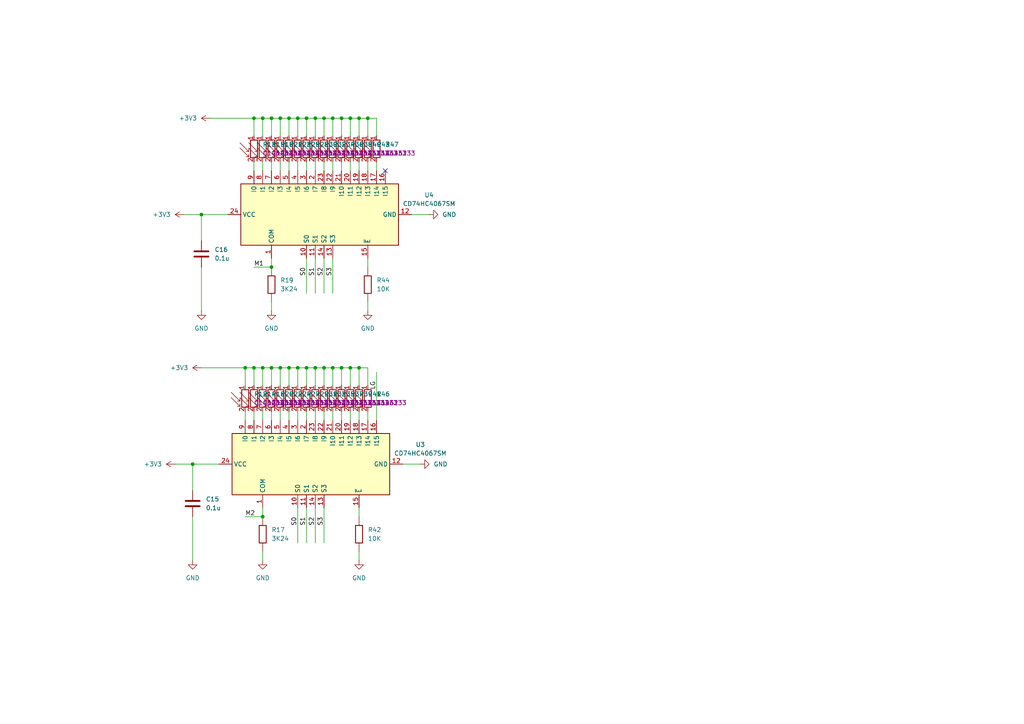
<source format=kicad_sch>
(kicad_sch (version 20231120) (generator "eeschema") (generator_version "8.0")
  (paper "A4")
  (lib_symbols
    (symbol "+3V3_1" (power) (pin_numbers hide) (pin_names (offset 0) hide)
      (property "Value" "+3V3" (at 0 3.556 0))
      (symbol "+3V3_1_0_1"
        (polyline (pts (xy -0.762 1.27) (xy 0 2.54)))
        (polyline (pts (xy 0 0) (xy 0 2.54)))
        (polyline (pts (xy 0 2.54) (xy 0.762 1.27)))
      )
      (symbol "+3V3_1_1_1"
        (pin power_in line (at 0 0 90) (length 0) (name "~") (number "1"))
      )
    )
    (symbol "74xx:CD74HC4067SM"
      (property "Reference" "U" (at -8.89 22.86 0))
      (property "Value" "CD74HC4067SM" (at 1.27 22.86 0))
      (symbol "CD74HC4067SM_0_1"
        (rectangle (start -8.89 21.59) (end 8.89 -24.13) (stroke (width 0.254)) (fill (type background)))
      )
      (symbol "CD74HC4067SM_1_1"
        (pin passive line (at -12.7 12.7 0) (length 3.81) (name "COM") (number "1"))
        (pin input line (at -12.7 2.54 0) (length 3.81) (name "S0") (number "10"))
        (pin input line (at -12.7 0 0) (length 3.81) (name "S1") (number "11"))
        (pin power_in line (at 0 -27.94 90) (length 3.81) (name "GND") (number "12"))
        (pin input line (at -12.7 -5.08 0) (length 3.81) (name "S3") (number "13"))
        (pin input line (at -12.7 -2.54 0) (length 3.81) (name "S2") (number "14"))
        (pin input line (at -12.7 -15.24 0) (length 3.81) (name "~{E}") (number "15"))
        (pin passive line (at 12.7 -20.32 180) (length 3.81) (name "I15") (number "16"))
        (pin passive line (at 12.7 -17.78 180) (length 3.81) (name "I14") (number "17"))
        (pin passive line (at 12.7 -15.24 180) (length 3.81) (name "I13") (number "18"))
        (pin passive line (at 12.7 -12.7 180) (length 3.81) (name "I12") (number "19"))
        (pin passive line (at 12.7 0 180) (length 3.81) (name "I7") (number "2"))
        (pin passive line (at 12.7 -10.16 180) (length 3.81) (name "I11") (number "20"))
        (pin passive line (at 12.7 -7.62 180) (length 3.81) (name "I10") (number "21"))
        (pin passive line (at 12.7 -5.08 180) (length 3.81) (name "I9") (number "22"))
        (pin passive line (at 12.7 -2.54 180) (length 3.81) (name "I8") (number "23"))
        (pin power_in line (at 0 25.4 270) (length 3.81) (name "VCC") (number "24"))
        (pin passive line (at 12.7 2.54 180) (length 3.81) (name "I6") (number "3"))
        (pin passive line (at 12.7 5.08 180) (length 3.81) (name "I5") (number "4"))
        (pin passive line (at 12.7 7.62 180) (length 3.81) (name "I4") (number "5"))
        (pin passive line (at 12.7 10.16 180) (length 3.81) (name "I3") (number "6"))
        (pin passive line (at 12.7 12.7 180) (length 3.81) (name "I2") (number "7"))
        (pin passive line (at 12.7 15.24 180) (length 3.81) (name "I1") (number "8"))
        (pin passive line (at 12.7 17.78 180) (length 3.81) (name "I0") (number "9"))
      )
    )
    (symbol "Device (Modified):ALS-PT19"
      (property "Reference" "R" (at 2.54 0 0))
      (property "LCSC" "C146233" (at 0 -19.05 0))
      (symbol "ALS-PT19_0_1"
        (rectangle (start -1.016 2.54) (end 1.016 -2.54) (stroke (width 0.254)))
        (polyline (pts (xy -1.524 -2.286) (xy -4.064 0.254)))
        (polyline (pts (xy -1.524 -2.286) (xy -2.286 -2.286)))
        (polyline (pts (xy -1.524 -2.286) (xy -1.524 -1.524)))
        (polyline (pts (xy -1.524 -0.762) (xy -4.064 1.778)))
        (polyline (pts (xy -1.524 -0.762) (xy -2.286 -0.762)))
        (polyline (pts (xy -1.524 -0.762) (xy -1.524 0)))
      )
      (symbol "ALS-PT19_1_1"
        (pin passive line (at 0 3.81 270) (length 1.27) (name "~") (number "1"))
        (pin passive line (at 0 -3.81 90) (length 1.27) (name "~") (number "2"))
      )
    )
    (symbol "Device:C" (pin_numbers hide) (pin_names (offset 0.254))
      (property "Reference" "C" (at 0.635 2.54 0))
      (property "Value" "C" (at 0.635 -2.54 0))
      (symbol "C_0_1"
        (polyline (pts (xy -2.032 -0.762) (xy 2.032 -0.762)) (stroke (width 0.508)))
        (polyline (pts (xy -2.032 0.762) (xy 2.032 0.762)) (stroke (width 0.508)))
      )
      (symbol "C_1_1"
        (pin passive line (at 0 3.81 270) (length 2.794) (name "~") (number "1"))
        (pin passive line (at 0 -3.81 90) (length 2.794) (name "~") (number "2"))
      )
    )
    (symbol "power:+3V3" (power) (pin_numbers hide) (pin_names (offset 0) hide)
      (property "Value" "+3V3" (at 0 3.556 0))
      (symbol "+3V3_0_1"
        (polyline (pts (xy -0.762 1.27) (xy 0 2.54)))
        (polyline (pts (xy 0 0) (xy 0 2.54)))
        (polyline (pts (xy 0 2.54) (xy 0.762 1.27)))
      )
      (symbol "+3V3_1_1"
        (pin power_in line (at 0 0 90) (length 0) (name "~") (number "1"))
      )
    )
    (symbol "power:GND" (power) (pin_numbers hide) (pin_names (offset 0) hide)
      (property "Value" "GND" (at 0 -3.81 0))
      (symbol "GND_0_1"
        (polyline (pts (xy 0 0) (xy 0 -1.27) (xy 1.27 -1.27) (xy 0 -2.54) (xy -1.27 -1.27) (xy 0 -1.27)))
      )
      (symbol "GND_1_1"
        (pin power_in line (at 0 0 270) (length 0) (name "~") (number "1"))
      )
    )
    (symbol "vincent:R" (pin_numbers hide) (pin_names hide)
      (property "Reference" "R" (at 0 2.54 0))
      (property "Value" "Resistor" (at 0 -2.54 0))
      (symbol "R_0_1"
        (rectangle (start 2.54 -1.016) (end -2.54 1.016) (stroke (width 0.254)))
      )
      (symbol "R_1_1"
        (pin passive line (at -5.08 0 0) (length 2.54) (name "~") (number "1"))
        (pin passive line (at 5.08 0 180) (length 2.54) (name "~") (number "2"))
      )
    )
  )
  (junction (at 104.14 106.68))
  (junction (at 71.12 106.68))
  (junction (at 96.52 106.68))
  (junction (at 81.28 106.68))
  (junction (at 73.66 106.68))
  (junction (at 73.66 34.29))
  (junction (at 93.98 106.68))
  (junction (at 58.42 62.23))
  (junction (at 91.44 34.29))
  (junction (at 86.36 34.29))
  (junction (at 88.9 106.68))
  (junction (at 76.2 34.29))
  (junction (at 96.52 34.29))
  (junction (at 99.06 106.68))
  (junction (at 83.82 106.68))
  (junction (at 83.82 34.29))
  (junction (at 55.88 134.62))
  (junction (at 76.2 106.68))
  (junction (at 101.6 34.29))
  (junction (at 78.74 34.29))
  (junction (at 81.28 34.29))
  (junction (at 106.68 34.29))
  (junction (at 76.2 149.86))
  (junction (at 78.74 106.68))
  (junction (at 101.6 106.68))
  (junction (at 91.44 106.68))
  (junction (at 93.98 34.29))
  (junction (at 78.74 77.47))
  (junction (at 99.06 34.29))
  (junction (at 104.14 34.29))
  (junction (at 88.9 34.29))
  (junction (at 86.36 106.68))
  (no_connect (at 111.76 49.53))
  (wire (pts (xy 76.2 160.02) (xy 76.2 162.56)))
  (wire (pts (xy 91.44 106.68) (xy 93.98 106.68)))
  (wire (pts (xy 91.44 119.38) (xy 91.44 121.92)))
  (wire (pts (xy 88.9 147.32) (xy 88.9 157.48)))
  (wire (pts (xy 93.98 147.32) (xy 93.98 157.48)))
  (wire (pts (xy 93.98 119.38) (xy 93.98 121.92)))
  (wire (pts (xy 99.06 119.38) (xy 99.06 121.92)))
  (wire (pts (xy 88.9 106.68) (xy 88.9 111.76)))
  (wire (pts (xy 91.44 34.29) (xy 93.98 34.29)))
  (wire (pts (xy 55.88 149.86) (xy 55.88 162.56)))
  (wire (pts (xy 91.44 74.93) (xy 91.44 85.09)))
  (wire (pts (xy 73.66 106.68) (xy 73.66 111.76)))
  (wire (pts (xy 106.68 34.29) (xy 109.22 34.29)))
  (wire (pts (xy 96.52 119.38) (xy 96.52 121.92)))
  (wire (pts (xy 106.68 46.99) (xy 106.68 49.53)))
  (wire (pts (xy 99.06 34.29) (xy 99.06 39.37)))
  (wire (pts (xy 104.14 119.38) (xy 104.14 121.92)))
  (wire (pts (xy 58.42 106.68) (xy 71.12 106.68)))
  (wire (pts (xy 99.06 106.68) (xy 99.06 111.76)))
  (wire (pts (xy 93.98 34.29) (xy 93.98 39.37)))
  (wire (pts (xy 71.12 106.68) (xy 71.12 111.76)))
  (wire (pts (xy 88.9 34.29) (xy 91.44 34.29)))
  (wire (pts (xy 58.42 62.23) (xy 58.42 69.85)))
  (wire (pts (xy 99.06 46.99) (xy 99.06 49.53)))
  (wire (pts (xy 55.88 134.62) (xy 63.5 134.62)))
  (wire (pts (xy 71.12 119.38) (xy 71.12 121.92)))
  (wire (pts (xy 78.74 46.99) (xy 78.74 49.53)))
  (wire (pts (xy 101.6 39.37) (xy 101.6 34.29)))
  (wire (pts (xy 101.6 106.68) (xy 101.6 111.76)))
  (wire (pts (xy 60.96 34.29) (xy 73.66 34.29)))
  (wire (pts (xy 83.82 46.99) (xy 83.82 49.53)))
  (wire (pts (xy 76.2 34.29) (xy 78.74 34.29)))
  (wire (pts (xy 81.28 46.99) (xy 81.28 49.53)))
  (wire (pts (xy 83.82 34.29) (xy 86.36 34.29)))
  (wire (pts (xy 106.68 74.93) (xy 106.68 77.47)))
  (wire (pts (xy 83.82 106.68) (xy 86.36 106.68)))
  (wire (pts (xy 78.74 87.63) (xy 78.74 90.17)))
  (wire (pts (xy 73.66 46.99) (xy 73.66 49.53)))
  (wire (pts (xy 81.28 119.38) (xy 81.28 121.92)))
  (wire (pts (xy 53.34 62.23) (xy 58.42 62.23)))
  (wire (pts (xy 101.6 46.99) (xy 101.6 49.53)))
  (wire (pts (xy 76.2 106.68) (xy 78.74 106.68)))
  (wire (pts (xy 81.28 106.68) (xy 83.82 106.68)))
  (wire (pts (xy 101.6 119.38) (xy 101.6 121.92)))
  (wire (pts (xy 58.42 77.47) (xy 58.42 90.17)))
  (wire (pts (xy 83.82 106.68) (xy 83.82 111.76)))
  (wire (pts (xy 83.82 34.29) (xy 83.82 39.37)))
  (wire (pts (xy 78.74 106.68) (xy 78.74 111.76)))
  (wire (pts (xy 93.98 106.68) (xy 96.52 106.68)))
  (wire (pts (xy 96.52 106.68) (xy 96.52 111.76)))
  (wire (pts (xy 81.28 106.68) (xy 81.28 111.76)))
  (wire (pts (xy 81.28 34.29) (xy 83.82 34.29)))
  (wire (pts (xy 78.74 34.29) (xy 78.74 39.37)))
  (wire (pts (xy 88.9 46.99) (xy 88.9 49.53)))
  (wire (pts (xy 96.52 34.29) (xy 99.06 34.29)))
  (wire (pts (xy 109.22 34.29) (xy 109.22 39.37)))
  (wire (pts (xy 104.14 147.32) (xy 104.14 149.86)))
  (wire (pts (xy 99.06 106.68) (xy 101.6 106.68)))
  (wire (pts (xy 119.38 62.23) (xy 124.46 62.23)))
  (wire (pts (xy 73.66 106.68) (xy 76.2 106.68)))
  (wire (pts (xy 104.14 34.29) (xy 106.68 34.29)))
  (wire (pts (xy 78.74 119.38) (xy 78.74 121.92)))
  (wire (pts (xy 86.36 147.32) (xy 86.36 157.48)))
  (wire (pts (xy 86.36 46.99) (xy 86.36 49.53)))
  (wire (pts (xy 86.36 34.29) (xy 88.9 34.29)))
  (wire (pts (xy 91.44 147.32) (xy 91.44 157.48)))
  (wire (pts (xy 96.52 34.29) (xy 96.52 39.37)))
  (wire (pts (xy 76.2 46.99) (xy 76.2 49.53)))
  (wire (pts (xy 96.52 46.99) (xy 96.52 49.53)))
  (wire (pts (xy 55.88 134.62) (xy 55.88 142.24)))
  (wire (pts (xy 78.74 74.93) (xy 78.74 77.47)))
  (wire (pts (xy 76.2 147.32) (xy 76.2 149.86)))
  (wire (pts (xy 93.98 106.68) (xy 93.98 111.76)))
  (wire (pts (xy 91.44 39.37) (xy 91.44 34.29)))
  (wire (pts (xy 88.9 106.68) (xy 91.44 106.68)))
  (wire (pts (xy 86.36 106.68) (xy 88.9 106.68)))
  (wire (pts (xy 93.98 74.93) (xy 93.98 85.09)))
  (wire (pts (xy 78.74 34.29) (xy 81.28 34.29)))
  (wire (pts (xy 78.74 106.68) (xy 81.28 106.68)))
  (wire (pts (xy 101.6 34.29) (xy 104.14 34.29)))
  (wire (pts (xy 73.66 34.29) (xy 73.66 39.37)))
  (wire (pts (xy 71.12 149.86) (xy 76.2 149.86)))
  (wire (pts (xy 76.2 34.29) (xy 76.2 39.37)))
  (wire (pts (xy 73.66 119.38) (xy 73.66 121.92)))
  (wire (pts (xy 88.9 119.38) (xy 88.9 121.92)))
  (wire (pts (xy 88.9 74.93) (xy 88.9 85.09)))
  (wire (pts (xy 50.8 134.62) (xy 55.88 134.62)))
  (wire (pts (xy 86.36 119.38) (xy 86.36 121.92)))
  (wire (pts (xy 106.68 34.29) (xy 106.68 39.37)))
  (wire (pts (xy 101.6 106.68) (xy 104.14 106.68)))
  (wire (pts (xy 104.14 106.68) (xy 106.68 106.68)))
  (wire (pts (xy 99.06 34.29) (xy 101.6 34.29)))
  (wire (pts (xy 91.44 46.99) (xy 91.44 49.53)))
  (wire (pts (xy 96.52 106.68) (xy 99.06 106.68)))
  (wire (pts (xy 106.68 106.68) (xy 106.68 111.76)))
  (wire (pts (xy 76.2 119.38) (xy 76.2 121.92)))
  (wire (pts (xy 93.98 46.99) (xy 93.98 49.53)))
  (wire (pts (xy 86.36 106.68) (xy 86.36 111.76)))
  (wire (pts (xy 91.44 106.68) (xy 91.44 111.76)))
  (wire (pts (xy 116.84 134.62) (xy 121.92 134.62)))
  (wire (pts (xy 104.14 106.68) (xy 104.14 111.76)))
  (wire (pts (xy 81.28 39.37) (xy 81.28 34.29)))
  (wire (pts (xy 86.36 34.29) (xy 86.36 39.37)))
  (wire (pts (xy 76.2 106.68) (xy 76.2 111.76)))
  (wire (pts (xy 96.52 74.93) (xy 96.52 85.09)))
  (wire (pts (xy 73.66 77.47) (xy 78.74 77.47)))
  (wire (pts (xy 104.14 34.29) (xy 104.14 39.37)))
  (wire (pts (xy 93.98 34.29) (xy 96.52 34.29)))
  (wire (pts (xy 109.22 46.99) (xy 109.22 49.53)))
  (wire (pts (xy 106.68 119.38) (xy 106.68 121.92)))
  (wire (pts (xy 88.9 34.29) (xy 88.9 39.37)))
  (wire (pts (xy 104.14 46.99) (xy 104.14 49.53)))
  (wire (pts (xy 83.82 119.38) (xy 83.82 121.92)))
  (wire (pts (xy 104.14 160.02) (xy 104.14 162.56)))
  (wire (pts (xy 109.22 121.92) (xy 109.22 107.95)))
  (wire (pts (xy 106.68 87.63) (xy 106.68 90.17)))
  (wire (pts (xy 71.12 106.68) (xy 73.66 106.68)))
  (wire (pts (xy 58.42 62.23) (xy 66.04 62.23)))
  (wire (pts (xy 73.66 34.29) (xy 76.2 34.29)))
  (label "M1" (at 73.66 77.47 0))
  (label "LG" (at 109.22 110.49 270))
  (label "S3" (at 96.52 77.47 270))
  (label "S0" (at 86.36 149.86 270))
  (label "S3" (at 93.98 149.86 270))
  (label "M2" (at 71.12 149.86 0))
  (label "S1" (at 91.44 77.47 270))
  (label "S2" (at 93.98 77.47 270))
  (label "S2" (at 91.44 149.86 270))
  (label "S0" (at 88.9 77.47 270))
  (label "S1" (at 88.9 149.86 270))
  (symbol (lib_id "74xx:CD74HC4067SM") (at 88.9 134.62 90) (unit 1)
    (property "Reference" "U3" (at 121.92 128.9449 90))
    (property "Value" "CD74HC4067SM" (at 121.92 131.4849 90))
    (property "Footprint" "Package_SO:SSOP-24_5.3x8.2mm_P0.65mm" (effects (hide yes)))
    (property "Datasheet" "http://www.ti.com/lit/ds/symlink/cd74hc4067.pdf" (effects (hide yes)))
    (property "Description" "High-Speed CMOS Logic 16-Channel Analog Multiplexer/Demultiplexer, SSOP-24" (effects (hide yes)))
  )
  (symbol (lib_id "Device (Modified):ALS-PT19") (at 96.52 115.57 0) (unit 1)
    (property "Reference" "R35" (at 99.06 114.2999 0) (effects (justify left)))
    (property "Value" "C146233" (effects (hide yes)))
    (property "Footprint" "2024l1:ALS-PT19 (Top Side)" (effects (hide yes)))
    (property "Datasheet" "https://datasheet.lcsc.com/lcsc/1806131537_Everlight-Elec-ALS-PT19-315C-L177-TR8_C146233.pdf" (effects (hide yes)))
    (property "LCSC" "C146233" (at 99.06 116.8399 0) (effects (justify left)))
  )
  (symbol (lib_id "Device (Modified):ALS-PT19") (at 99.06 43.18 0) (unit 1)
    (property "Reference" "R36" (at 101.6 41.9099 0) (effects (justify left)))
    (property "Value" "C146233" (effects (hide yes)))
    (property "Footprint" "2024l1:ALS-PT19 (Top Side)" (effects (hide yes)))
    (property "Datasheet" "https://datasheet.lcsc.com/lcsc/1806131537_Everlight-Elec-ALS-PT19-315C-L177-TR8_C146233.pdf" (effects (hide yes)))
    (property "LCSC" "C146233" (at 101.6 44.4499 0) (effects (justify left)))
  )
  (symbol (lib_name "+3V3_1") (lib_id "power:+3V3") (at 58.42 106.68 90) (unit 1)
    (property "Reference" "#PWR029" (effects (hide yes)))
    (property "Value" "+3V3" (at 54.61 106.6799 90) (effects (justify left)))
    (property "Description" "Power symbol creates a global label with name \"+3V3\"" (effects (hide yes)))
  )
  (symbol (lib_id "Device (Modified):ALS-PT19") (at 101.6 43.18 0) (unit 1)
    (property "Reference" "R38" (at 104.14 41.9099 0) (effects (justify left)))
    (property "Value" "C146233" (effects (hide yes)))
    (property "Footprint" "2024l1:ALS-PT19 (Top Side)" (effects (hide yes)))
    (property "Datasheet" "https://datasheet.lcsc.com/lcsc/1806131537_Everlight-Elec-ALS-PT19-315C-L177-TR8_C146233.pdf" (effects (hide yes)))
    (property "LCSC" "C146233" (at 104.14 44.4499 0) (effects (justify left)))
  )
  (symbol (lib_id "74xx:CD74HC4067SM") (at 91.44 62.23 90) (unit 1)
    (property "Reference" "U4" (at 124.46 56.5549 90))
    (property "Value" "CD74HC4067SM" (at 124.46 59.0949 90))
    (property "Footprint" "Package_SO:SSOP-24_5.3x8.2mm_P0.65mm" (effects (hide yes)))
    (property "Datasheet" "http://www.ti.com/lit/ds/symlink/cd74hc4067.pdf" (effects (hide yes)))
    (property "Description" "High-Speed CMOS Logic 16-Channel Analog Multiplexer/Demultiplexer, SSOP-24" (effects (hide yes)))
  )
  (symbol (lib_id "Device (Modified):ALS-PT19") (at 81.28 43.18 0) (unit 1)
    (property "Reference" "R21" (at 83.82 41.9099 0) (effects (justify left)))
    (property "Value" "C146233" (effects (hide yes)))
    (property "Footprint" "2024l1:ALS-PT19 (Top Side)" (effects (hide yes)))
    (property "Datasheet" "https://datasheet.lcsc.com/lcsc/1806131537_Everlight-Elec-ALS-PT19-315C-L177-TR8_C146233.pdf" (effects (hide yes)))
    (property "LCSC" "C146233" (at 83.82 44.4499 0) (effects (justify left)))
  )
  (symbol (lib_id "Device (Modified):ALS-PT19") (at 76.2 115.57 0) (unit 1)
    (property "Reference" "R16" (at 78.74 114.2999 0) (effects (justify left)))
    (property "Value" "C146233" (effects (hide yes)))
    (property "Footprint" "2024l1:ALS-PT19 (Top Side)" (effects (hide yes)))
    (property "Datasheet" "https://datasheet.lcsc.com/lcsc/1806131537_Everlight-Elec-ALS-PT19-315C-L177-TR8_C146233.pdf" (effects (hide yes)))
    (property "LCSC" "C146233" (at 78.74 116.8399 0) (effects (justify left)))
  )
  (symbol (lib_name "+3V3_1") (lib_id "power:+3V3") (at 60.96 34.29 90) (unit 1)
    (property "Reference" "#PWR030" (effects (hide yes)))
    (property "Value" "+3V3" (at 57.15 34.2899 90) (effects (justify left)))
    (property "Description" "Power symbol creates a global label with name \"+3V3\"" (effects (hide yes)))
  )
  (symbol (lib_id "Device (Modified):ALS-PT19") (at 73.66 115.57 0) (unit 1)
    (property "Reference" "R14" (at 76.2 114.2999 0) (effects (justify left)))
    (property "Value" "C146233" (effects (hide yes)))
    (property "Footprint" "2024l1:ALS-PT19 (Top Side)" (effects (hide yes)))
    (property "Datasheet" "https://datasheet.lcsc.com/lcsc/1806131537_Everlight-Elec-ALS-PT19-315C-L177-TR8_C146233.pdf" (effects (hide yes)))
    (property "LCSC" "C146233" (at 76.2 116.8399 0) (effects (justify left)))
  )
  (symbol (lib_id "Device (Modified):ALS-PT19") (at 73.66 43.18 0) (unit 1)
    (property "Reference" "R13" (at 76.2 41.9099 0) (effects (justify left)))
    (property "Value" "C146233" (effects (hide yes)))
    (property "Footprint" "2024l1:ALS-PT19 (Top Side)" (effects (hide yes)))
    (property "Datasheet" "https://datasheet.lcsc.com/lcsc/1806131537_Everlight-Elec-ALS-PT19-315C-L177-TR8_C146233.pdf" (effects (hide yes)))
    (property "LCSC" "C146233" (at 76.2 44.4499 0) (effects (justify left)))
  )
  (symbol (lib_id "power:GND") (at 58.42 90.17 0) (unit 1)
    (property "Reference" "#PWR028" (effects (hide yes)))
    (property "Value" "GND" (at 58.42 95.25 0))
  )
  (symbol (lib_id "power:GND") (at 124.46 62.23 90) (unit 1)
    (property "Reference" "#PWR039" (effects (hide yes)))
    (property "Value" "GND" (at 128.27 62.2299 90) (effects (justify right)))
  )
  (symbol (lib_id "power:GND") (at 106.68 90.17 0) (unit 1)
    (property "Reference" "#PWR037" (effects (hide yes)))
    (property "Value" "GND" (at 106.68 95.25 0))
  )
  (symbol (lib_id "power:GND") (at 78.74 90.17 0) (unit 1)
    (property "Reference" "#PWR032" (effects (hide yes)))
    (property "Value" "GND" (at 78.74 95.25 0))
  )
  (symbol (lib_id "Device (Modified):ALS-PT19") (at 71.12 115.57 0) (unit 1)
    (property "Reference" "R12" (at 73.66 114.2999 0) (effects (justify left)))
    (property "Value" "C146233" (effects (hide yes)))
    (property "Footprint" "2024l1:ALS-PT19 (Top Side)" (effects (hide yes)))
    (property "Datasheet" "https://datasheet.lcsc.com/lcsc/1806131537_Everlight-Elec-ALS-PT19-315C-L177-TR8_C146233.pdf" (effects (hide yes)))
    (property "LCSC" "C146233" (at 73.66 116.8399 0) (effects (justify left)))
  )
  (symbol (lib_id "Device (Modified):ALS-PT19") (at 83.82 43.18 0) (unit 1)
    (property "Reference" "R23" (at 86.36 41.9099 0) (effects (justify left)))
    (property "Value" "C146233" (effects (hide yes)))
    (property "Footprint" "2024l1:ALS-PT19 (Top Side)" (effects (hide yes)))
    (property "Datasheet" "https://datasheet.lcsc.com/lcsc/1806131537_Everlight-Elec-ALS-PT19-315C-L177-TR8_C146233.pdf" (effects (hide yes)))
    (property "LCSC" "C146233" (at 86.36 44.4499 0) (effects (justify left)))
  )
  (symbol (lib_id "Device (Modified):ALS-PT19") (at 78.74 115.57 0) (unit 1)
    (property "Reference" "R20" (at 81.28 114.2999 0) (effects (justify left)))
    (property "Value" "C146233" (effects (hide yes)))
    (property "Footprint" "2024l1:ALS-PT19 (Top Side)" (effects (hide yes)))
    (property "Datasheet" "https://datasheet.lcsc.com/lcsc/1806131537_Everlight-Elec-ALS-PT19-315C-L177-TR8_C146233.pdf" (effects (hide yes)))
    (property "LCSC" "C146233" (at 81.28 116.8399 0) (effects (justify left)))
  )
  (symbol (lib_id "Device (Modified):ALS-PT19") (at 86.36 115.57 0) (unit 1)
    (property "Reference" "R27" (at 88.9 114.2999 0) (effects (justify left)))
    (property "Value" "C146233" (effects (hide yes)))
    (property "Footprint" "2024l1:ALS-PT19 (Top Side)" (effects (hide yes)))
    (property "Datasheet" "https://datasheet.lcsc.com/lcsc/1806131537_Everlight-Elec-ALS-PT19-315C-L177-TR8_C146233.pdf" (effects (hide yes)))
    (property "LCSC" "C146233" (at 88.9 116.8399 0) (effects (justify left)))
  )
  (symbol (lib_id "Device (Modified):ALS-PT19") (at 88.9 115.57 0) (unit 1)
    (property "Reference" "R29" (at 91.44 114.2999 0) (effects (justify left)))
    (property "Value" "C146233" (effects (hide yes)))
    (property "Footprint" "2024l1:ALS-PT19 (Top Side)" (effects (hide yes)))
    (property "Datasheet" "https://datasheet.lcsc.com/lcsc/1806131537_Everlight-Elec-ALS-PT19-315C-L177-TR8_C146233.pdf" (effects (hide yes)))
    (property "LCSC" "C146233" (at 91.44 116.8399 0) (effects (justify left)))
  )
  (symbol (lib_id "Device:C") (at 55.88 146.05 0) (unit 1)
    (property "Reference" "C15" (at 59.69 144.78 0) (effects (justify left)))
    (property "Value" "0.1u" (at 59.69 147.32 0) (effects (justify left)))
    (property "Footprint" "2024l1:cap0603" (effects (hide yes)))
    (property "LCSC" "C5463924" (effects (hide yes)))
  )
  (symbol (lib_id "Device (Modified):ALS-PT19") (at 109.22 43.18 0) (unit 1)
    (property "Reference" "R47" (at 111.76 41.9099 0) (effects (justify left)))
    (property "Value" "C146233" (effects (hide yes)))
    (property "Footprint" "2024l1:ALS-PT19 (Top Side)" (effects (hide yes)))
    (property "Datasheet" "https://datasheet.lcsc.com/lcsc/1806131537_Everlight-Elec-ALS-PT19-315C-L177-TR8_C146233.pdf" (effects (hide yes)))
    (property "LCSC" "C146233" (at 111.76 44.4499 0) (effects (justify left)))
  )
  (symbol (lib_id "Device (Modified):ALS-PT19") (at 104.14 115.57 0) (unit 1)
    (property "Reference" "R41" (at 106.68 114.2999 0) (effects (justify left)))
    (property "Value" "C146233" (effects (hide yes)))
    (property "Footprint" "2024l1:ALS-PT19 (Top Side)" (effects (hide yes)))
    (property "Datasheet" "https://datasheet.lcsc.com/lcsc/1806131537_Everlight-Elec-ALS-PT19-315C-L177-TR8_C146233.pdf" (effects (hide yes)))
    (property "LCSC" "C146233" (at 106.68 116.8399 0) (effects (justify left)))
  )
  (symbol (lib_id "Device (Modified):ALS-PT19") (at 93.98 115.57 0) (unit 1)
    (property "Reference" "R33" (at 96.52 114.2999 0) (effects (justify left)))
    (property "Value" "C146233" (effects (hide yes)))
    (property "Footprint" "2024l1:ALS-PT19 (Top Side)" (effects (hide yes)))
    (property "Datasheet" "https://datasheet.lcsc.com/lcsc/1806131537_Everlight-Elec-ALS-PT19-315C-L177-TR8_C146233.pdf" (effects (hide yes)))
    (property "LCSC" "C146233" (at 96.52 116.8399 0) (effects (justify left)))
  )
  (symbol (lib_id "Device (Modified):ALS-PT19") (at 106.68 115.57 0) (unit 1)
    (property "Reference" "R46" (at 109.22 114.2999 0) (effects (justify left)))
    (property "Value" "C146233" (effects (hide yes)))
    (property "Footprint" "2024l1:ALS-PT19 (Top Side)" (effects (hide yes)))
    (property "Datasheet" "https://datasheet.lcsc.com/lcsc/1806131537_Everlight-Elec-ALS-PT19-315C-L177-TR8_C146233.pdf" (effects (hide yes)))
    (property "LCSC" "C146233" (at 109.22 116.8399 0) (effects (justify left)))
  )
  (symbol (lib_id "Device (Modified):ALS-PT19") (at 91.44 43.18 0) (unit 1)
    (property "Reference" "R30" (at 93.98 41.9099 0) (effects (justify left)))
    (property "Value" "C146233" (effects (hide yes)))
    (property "Footprint" "2024l1:ALS-PT19 (Top Side)" (effects (hide yes)))
    (property "Datasheet" "https://datasheet.lcsc.com/lcsc/1806131537_Everlight-Elec-ALS-PT19-315C-L177-TR8_C146233.pdf" (effects (hide yes)))
    (property "LCSC" "C146233" (at 93.98 44.4499 0) (effects (justify left)))
  )
  (symbol (lib_id "Device (Modified):ALS-PT19") (at 93.98 43.18 0) (unit 1)
    (property "Reference" "R32" (at 96.52 41.9099 0) (effects (justify left)))
    (property "Value" "C146233" (effects (hide yes)))
    (property "Footprint" "2024l1:ALS-PT19 (Top Side)" (effects (hide yes)))
    (property "Datasheet" "https://datasheet.lcsc.com/lcsc/1806131537_Everlight-Elec-ALS-PT19-315C-L177-TR8_C146233.pdf" (effects (hide yes)))
    (property "LCSC" "C146233" (at 96.52 44.4499 0) (effects (justify left)))
  )
  (symbol (lib_id "power:GND") (at 76.2 162.56 0) (unit 1)
    (property "Reference" "#PWR031" (effects (hide yes)))
    (property "Value" "GND" (at 76.2 167.64 0))
  )
  (symbol (lib_id "Device (Modified):ALS-PT19") (at 101.6 115.57 0) (unit 1)
    (property "Reference" "R39" (at 104.14 114.2999 0) (effects (justify left)))
    (property "Value" "C146233" (effects (hide yes)))
    (property "Footprint" "2024l1:ALS-PT19 (Top Side)" (effects (hide yes)))
    (property "Datasheet" "https://datasheet.lcsc.com/lcsc/1806131537_Everlight-Elec-ALS-PT19-315C-L177-TR8_C146233.pdf" (effects (hide yes)))
    (property "LCSC" "C146233" (at 104.14 116.8399 0) (effects (justify left)))
  )
  (symbol (lib_id "power:+3V3") (at 53.34 62.23 90) (unit 1)
    (property "Reference" "#PWR026" (effects (hide yes)))
    (property "Value" "+3V3" (at 49.53 62.2299 90) (effects (justify left)))
  )
  (symbol (lib_id "Device:C") (at 58.42 73.66 0) (unit 1)
    (property "Reference" "C16" (at 62.23 72.39 0) (effects (justify left)))
    (property "Value" "0.1u" (at 62.23 74.93 0) (effects (justify left)))
    (property "Footprint" "2024l1:cap0603" (effects (hide yes)))
    (property "LCSC" "C5463924" (effects (hide yes)))
  )
  (symbol (lib_id "vincent:R") (at 106.68 82.55 90) (unit 1)
    (property "Reference" "R44" (at 109.22 81.2799 90) (effects (justify right)))
    (property "Value" "10K" (at 109.22 83.8199 90) (effects (justify right)))
    (property "Footprint" "2024l1:res0603" (effects (hide yes)))
    (property "LCSC" "C25804" (effects (hide yes)))
  )
  (symbol (lib_id "Device (Modified):ALS-PT19") (at 88.9 43.18 0) (unit 1)
    (property "Reference" "R28" (at 91.44 41.9099 0) (effects (justify left)))
    (property "Value" "C146233" (effects (hide yes)))
    (property "Footprint" "2024l1:ALS-PT19 (Top Side)" (effects (hide yes)))
    (property "Datasheet" "https://datasheet.lcsc.com/lcsc/1806131537_Everlight-Elec-ALS-PT19-315C-L177-TR8_C146233.pdf" (effects (hide yes)))
    (property "LCSC" "C146233" (at 91.44 44.4499 0) (effects (justify left)))
  )
  (symbol (lib_id "Device (Modified):ALS-PT19") (at 106.68 43.18 0) (unit 1)
    (property "Reference" "R43" (at 109.22 41.9099 0) (effects (justify left)))
    (property "Value" "C146233" (effects (hide yes)))
    (property "Footprint" "2024l1:ALS-PT19 (Top Side)" (effects (hide yes)))
    (property "Datasheet" "https://datasheet.lcsc.com/lcsc/1806131537_Everlight-Elec-ALS-PT19-315C-L177-TR8_C146233.pdf" (effects (hide yes)))
    (property "LCSC" "C146233" (at 109.22 44.4499 0) (effects (justify left)))
  )
  (symbol (lib_id "vincent:R") (at 78.74 82.55 90) (unit 1)
    (property "Reference" "R19" (at 81.28 81.2799 90) (effects (justify right)))
    (property "Value" "3K24" (at 81.28 83.8199 90) (effects (justify right)))
    (property "Footprint" "2024l1:res0603" (effects (hide yes)))
    (property "LCSC" "C22994" (effects (hide yes)))
  )
  (symbol (lib_id "Device (Modified):ALS-PT19") (at 96.52 43.18 0) (unit 1)
    (property "Reference" "R34" (at 99.06 41.9099 0) (effects (justify left)))
    (property "Value" "C146233" (effects (hide yes)))
    (property "Footprint" "2024l1:ALS-PT19 (Top Side)" (effects (hide yes)))
    (property "Datasheet" "https://datasheet.lcsc.com/lcsc/1806131537_Everlight-Elec-ALS-PT19-315C-L177-TR8_C146233.pdf" (effects (hide yes)))
    (property "LCSC" "C146233" (at 99.06 44.4499 0) (effects (justify left)))
  )
  (symbol (lib_id "vincent:R") (at 104.14 154.94 90) (unit 1)
    (property "Reference" "R42" (at 106.68 153.6699 90) (effects (justify right)))
    (property "Value" "10K" (at 106.68 156.2099 90) (effects (justify right)))
    (property "Footprint" "2024l1:res0603" (effects (hide yes)))
    (property "LCSC" "C25804" (effects (hide yes)))
  )
  (symbol (lib_id "Device (Modified):ALS-PT19") (at 83.82 115.57 0) (unit 1)
    (property "Reference" "R24" (at 86.36 114.2999 0) (effects (justify left)))
    (property "Value" "C146233" (effects (hide yes)))
    (property "Footprint" "2024l1:ALS-PT19 (Top Side)" (effects (hide yes)))
    (property "Datasheet" "https://datasheet.lcsc.com/lcsc/1806131537_Everlight-Elec-ALS-PT19-315C-L177-TR8_C146233.pdf" (effects (hide yes)))
    (property "LCSC" "C146233" (at 86.36 116.8399 0) (effects (justify left)))
  )
  (symbol (lib_id "Device (Modified):ALS-PT19") (at 99.06 115.57 0) (unit 1)
    (property "Reference" "R37" (at 101.6 114.2999 0) (effects (justify left)))
    (property "Value" "C146233" (effects (hide yes)))
    (property "Footprint" "2024l1:ALS-PT19 (Top Side)" (effects (hide yes)))
    (property "Datasheet" "https://datasheet.lcsc.com/lcsc/1806131537_Everlight-Elec-ALS-PT19-315C-L177-TR8_C146233.pdf" (effects (hide yes)))
    (property "LCSC" "C146233" (at 101.6 116.8399 0) (effects (justify left)))
  )
  (symbol (lib_id "Device (Modified):ALS-PT19") (at 91.44 115.57 0) (unit 1)
    (property "Reference" "R31" (at 93.98 114.2999 0) (effects (justify left)))
    (property "Value" "C146233" (effects (hide yes)))
    (property "Footprint" "2024l1:ALS-PT19 (Top Side)" (effects (hide yes)))
    (property "Datasheet" "https://datasheet.lcsc.com/lcsc/1806131537_Everlight-Elec-ALS-PT19-315C-L177-TR8_C146233.pdf" (effects (hide yes)))
    (property "LCSC" "C146233" (at 93.98 116.8399 0) (effects (justify left)))
  )
  (symbol (lib_id "vincent:R") (at 76.2 154.94 90) (unit 1)
    (property "Reference" "R17" (at 78.74 153.6699 90) (effects (justify right)))
    (property "Value" "3K24" (at 78.74 156.2099 90) (effects (justify right)))
    (property "Footprint" "2024l1:res0603" (effects (hide yes)))
    (property "LCSC" "C22994" (effects (hide yes)))
  )
  (symbol (lib_id "power:GND") (at 104.14 162.56 0) (unit 1)
    (property "Reference" "#PWR034" (effects (hide yes)))
    (property "Value" "GND" (at 104.14 167.64 0))
  )
  (symbol (lib_id "Device (Modified):ALS-PT19") (at 76.2 43.18 0) (unit 1)
    (property "Reference" "R15" (at 78.74 41.9099 0) (effects (justify left)))
    (property "Value" "C146233" (effects (hide yes)))
    (property "Footprint" "2024l1:ALS-PT19 (Top Side)" (effects (hide yes)))
    (property "Datasheet" "https://datasheet.lcsc.com/lcsc/1806131537_Everlight-Elec-ALS-PT19-315C-L177-TR8_C146233.pdf" (effects (hide yes)))
    (property "LCSC" "C146233" (at 78.74 44.4499 0) (effects (justify left)))
  )
  (symbol (lib_id "power:GND") (at 55.88 162.56 0) (unit 1)
    (property "Reference" "#PWR027" (effects (hide yes)))
    (property "Value" "GND" (at 55.88 167.64 0))
  )
  (symbol (lib_id "Device (Modified):ALS-PT19") (at 104.14 43.18 0) (unit 1)
    (property "Reference" "R40" (at 106.68 41.9099 0) (effects (justify left)))
    (property "Value" "C146233" (effects (hide yes)))
    (property "Footprint" "2024l1:ALS-PT19 (Top Side)" (effects (hide yes)))
    (property "Datasheet" "https://datasheet.lcsc.com/lcsc/1806131537_Everlight-Elec-ALS-PT19-315C-L177-TR8_C146233.pdf" (effects (hide yes)))
    (property "LCSC" "C146233" (at 106.68 44.4499 0) (effects (justify left)))
  )
  (symbol (lib_id "Device (Modified):ALS-PT19") (at 86.36 43.18 0) (unit 1)
    (property "Reference" "R25" (at 88.9 41.9099 0) (effects (justify left)))
    (property "Value" "C146233" (effects (hide yes)))
    (property "Footprint" "2024l1:ALS-PT19 (Top Side)" (effects (hide yes)))
    (property "Datasheet" "https://datasheet.lcsc.com/lcsc/1806131537_Everlight-Elec-ALS-PT19-315C-L177-TR8_C146233.pdf" (effects (hide yes)))
    (property "LCSC" "C146233" (at 88.9 44.4499 0) (effects (justify left)))
  )
  (symbol (lib_id "Device (Modified):ALS-PT19") (at 81.28 115.57 0) (unit 1)
    (property "Reference" "R22" (at 83.82 114.2999 0) (effects (justify left)))
    (property "Value" "C146233" (effects (hide yes)))
    (property "Footprint" "2024l1:ALS-PT19 (Top Side)" (effects (hide yes)))
    (property "Datasheet" "https://datasheet.lcsc.com/lcsc/1806131537_Everlight-Elec-ALS-PT19-315C-L177-TR8_C146233.pdf" (effects (hide yes)))
    (property "LCSC" "C146233" (at 83.82 116.8399 0) (effects (justify left)))
  )
  (symbol (lib_id "Device (Modified):ALS-PT19") (at 78.74 43.18 0) (unit 1)
    (property "Reference" "R18" (at 81.28 41.9099 0) (effects (justify left)))
    (property "Value" "C146233" (effects (hide yes)))
    (property "Footprint" "2024l1:ALS-PT19 (Top Side)" (effects (hide yes)))
    (property "Datasheet" "https://datasheet.lcsc.com/lcsc/1806131537_Everlight-Elec-ALS-PT19-315C-L177-TR8_C146233.pdf" (effects (hide yes)))
    (property "LCSC" "C146233" (at 81.28 44.4499 0) (effects (justify left)))
  )
  (symbol (lib_id "power:GND") (at 121.92 134.62 90) (unit 1)
    (property "Reference" "#PWR038" (effects (hide yes)))
    (property "Value" "GND" (at 125.73 134.6199 90) (effects (justify right)))
  )
  (symbol (lib_id "power:+3V3") (at 50.8 134.62 90) (unit 1)
    (property "Reference" "#PWR025" (effects (hide yes)))
    (property "Value" "+3V3" (at 46.99 134.6199 90) (effects (justify left)))
  )
)
</source>
